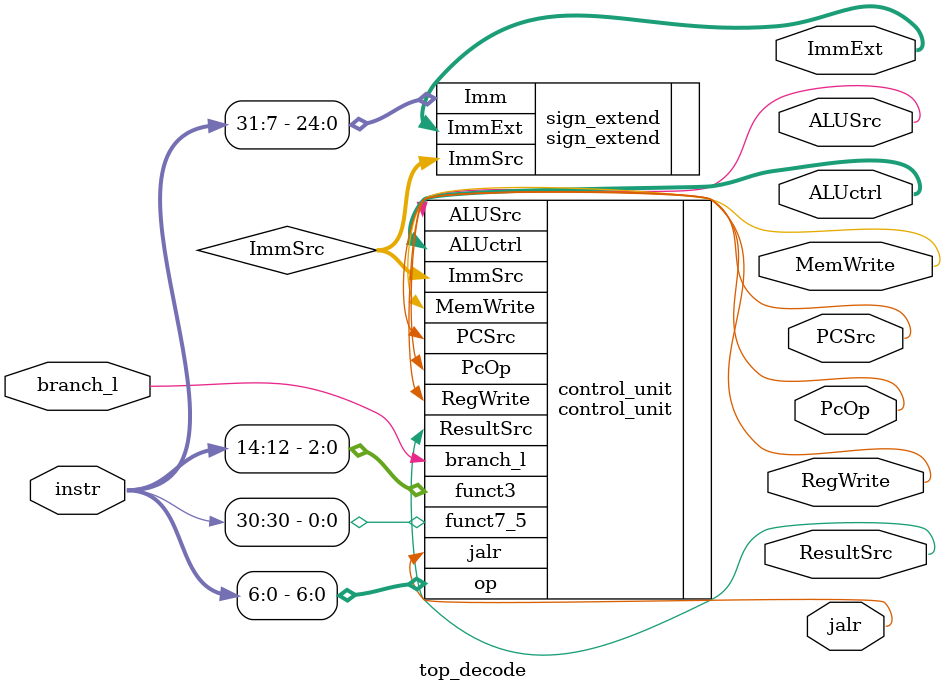
<source format=sv>

module top_decode #(
    parameter DATA_WIDTH = 32
) (
    input  logic [DATA_WIDTH-1:0]  instr,
    input  logic                   branch_l,
    output logic [2:0]             ALUctrl,
    output logic                   RegWrite,
    output logic                   ALUSrc,
    output logic                   MemWrite,
    output logic                   ResultSrc,
    output logic                   PCSrc,
    output logic [DATA_WIDTH-1:0]  ImmExt,
    output logic                   PcOp,
    output logic                   jalr
);

logic [2:0] ImmSrc;

control_unit control_unit (
    .op         (instr[6:0]),
    .funct3     (instr[14:12]),
    .funct7_5   (instr[30]),
    .branch_l   (branch_l),  
    .ALUctrl    (ALUctrl),
    .ImmSrc     (ImmSrc), 
    .RegWrite   (RegWrite),
    .ALUSrc     (ALUSrc),
    .MemWrite   (MemWrite),
    .ResultSrc  (ResultSrc),
    .PCSrc      (PCSrc),
    .PcOp       (PcOp),
    .jalr       (jalr)
);

sign_extend sign_extend(
    .Imm        (instr[31:7]),
    .ImmSrc     (ImmSrc),
    .ImmExt     (ImmExt)     
);

    
endmodule

</source>
